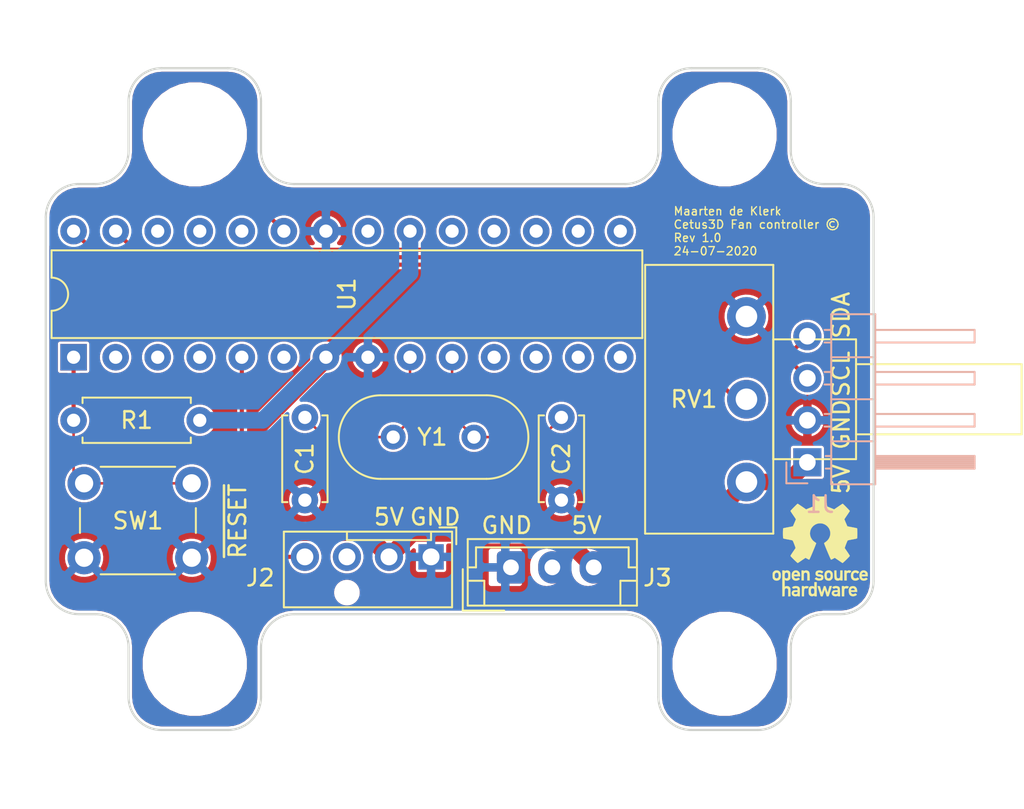
<source format=kicad_pcb>
(kicad_pcb (version 20171130) (host pcbnew "(5.1.6)-1")
  (title_block (title "Fan controller Cetus3D") (date 2020-07-24) (rev 1.0))
  (layers (0 F.Cu signal) (31 B.Cu signal) (34 B.Paste user) (35 F.Paste user) (36 B.SilkS user) (37 F.SilkS user) (38 B.Mask user) (39 F.Mask user) (44 Edge.Cuts user))
  (net 0 "")
  (net 1 GND)
  (net 2 "Net-(C1-Pad2)")
  (net 3 "Net-(C2-Pad2)")
  (net 4 /SDA)
  (net 5 /SCL)
  (net 6 +5V)
  (net 7 /fan_pwm)
  (net 8 "Net-(J2-Pad3)")
  (net 9 "Net-(J3-Pad2)")
  (net 10 "Net-(R1-Pad2)")
  (net 11 "Net-(RV1-Pad2)")
  (net 12 "Net-(U1-Pad15)")
  (net 13 "Net-(U1-Pad2)")
  (net 14 "Net-(U1-Pad16)")
  (net 15 "Net-(U1-Pad3)")
  (net 16 "Net-(U1-Pad17)")
  (net 17 "Net-(U1-Pad4)")
  (net 18 "Net-(U1-Pad18)")
  (net 19 "Net-(U1-Pad19)")
  (net 20 "Net-(U1-Pad6)")
  (net 21 "Net-(U1-Pad21)")
  (net 22 "Net-(U1-Pad24)")
  (net 23 "Net-(U1-Pad11)")
  (net 24 "Net-(U1-Pad25)")
  (net 25 "Net-(U1-Pad12)")
  (net 26 "Net-(U1-Pad26)")
  (net 27 "Net-(U1-Pad13)")
  (net 28 "Net-(U1-Pad14)")
  (module Symbol:OSHW-Logo_5.7x6mm_SilkScreen (layer F.Cu) (at 151.765 88.9)
    (fp_text reference REF** hide)
    (fp_text value OSHW-Logo_5.7x6mm_SilkScreen hide)
  )
  (module maartens_library:470531000 (layer F.Cu) (at 120.65 89.535)
    (fp_text reference J2 (at -3.65 1.27) (layer F.SilkS) (effects (justify left)))
    (fp_text value 470531000)
    (pad "" np_thru_hole circle (at 2.54 2.16) (size 1.25 1.25) (drill 1.25) (layers *.Cu *.Mask))
    (pad 1 thru_hole rect (at 7.62 0) (size 1.524 1.524) (drill 1.02) (layers *.Cu *.Mask) (net 1 GND))
    (pad 2 thru_hole circle (at 5.08 0) (size 1.7 1.7) (drill 1.02) (layers *.Cu *.Mask) (net 6 +5V))
    (pad 3 thru_hole circle (at 2.54 0) (size 1.7 1.7) (drill 1.02) (layers *.Cu *.Mask) (net 8 "Net-(J2-Pad3)"))
    (pad 4 thru_hole circle (at 0 0) (size 1.7 1.7) (drill 1.02) (layers *.Cu *.Mask) (net 7 /fan_pwm))
  )
  (module MountingHole:MountingHole_4.3mm_M4 (layer F.Cu) (at 114 64)
    (fp_text reference REF** hide)
    (fp_text value MountingHole_4.3mm_M4)
    (pad 1 np_thru_hole circle (at 0 0) (size 4.3 4.3) (drill 4.3) (layers *.Cu *.Mask))
  )
  (module MountingHole:MountingHole_4.3mm_M4 (layer F.Cu) (at 146 64)
    (fp_text reference REF** hide)
    (fp_text value MountingHole_4.3mm_M4)
    (pad 1 np_thru_hole circle (at 0 0) (size 4.3 4.3) (drill 4.3) (layers *.Cu *.Mask))
  )
  (module MountingHole:MountingHole_4.3mm_M4 (layer F.Cu) (at 146 96)
    (fp_text reference REF** hide)
    (fp_text value MountingHole_4.3mm_M4)
    (pad 1 np_thru_hole circle (at 0 0) (size 4.3 4.3) (drill 4.3) (layers *.Cu *.Mask))
  )
  (module MountingHole:MountingHole_4.3mm_M4 (layer F.Cu) (at 114 96)
    (fp_text reference REF** hide)
    (fp_text value MountingHole_4.3mm_M4)
    (pad 1 np_thru_hole circle (at 0 0) (size 4.3 4.3) (drill 4.3) (layers *.Cu *.Mask))
  )
  (module Capacitor_THT:C_Disc_D5.0mm_W2.5mm_P5.00mm (layer F.Cu) (at 120.65 86.106 90)
    (fp_text reference C1 (at 2.5 0 90) (layer F.SilkS))
    (fp_text value 22pF)
    (pad 1 thru_hole circle (at 0 0 90) (size 1.6 1.6) (drill 0.8) (layers *.Cu *.Mask) (net 1 GND))
    (pad 2 thru_hole circle (at 5 0 90) (size 1.6 1.6) (drill 0.8) (layers *.Cu *.Mask) (net 2 "Net-(C1-Pad2)"))
  )
  (module Capacitor_THT:C_Disc_D5.0mm_W2.5mm_P5.00mm (layer F.Cu) (at 136.144 86.106 90)
    (fp_text reference C2 (at 2.5 0 90) (layer F.SilkS))
    (fp_text value 22pF)
    (pad 2 thru_hole circle (at 5 0 90) (size 1.6 1.6) (drill 0.8) (layers *.Cu *.Mask) (net 3 "Net-(C2-Pad2)"))
    (pad 1 thru_hole circle (at 0 0 90) (size 1.6 1.6) (drill 0.8) (layers *.Cu *.Mask) (net 1 GND))
  )
  (module Connector_PinHeader_2.54mm:PinHeader_1x04_P2.54mm_Horizontal (layer B.Cu) (at 151 83.82)
    (fp_text reference J1 (at 0.765 2.54) (layer B.SilkS) (effects (justify mirror)))
    (fp_text value SH1106_OLED)
    (pad 1 thru_hole rect (at 0 0) (size 1.7 1.7) (drill 1) (layers *.Cu *.Mask) (net 6 +5V))
    (pad 2 thru_hole oval (at 0 -2.54) (size 1.7 1.7) (drill 1) (layers *.Cu *.Mask) (net 1 GND))
    (pad 3 thru_hole oval (at 0 -5.08) (size 1.7 1.7) (drill 1) (layers *.Cu *.Mask) (net 5 /SCL))
    (pad 4 thru_hole oval (at 0 -7.62) (size 1.7 1.7) (drill 1) (layers *.Cu *.Mask) (net 4 /SDA))
  )
  (module Connector_JST:JST_EH_B3B-EH-A_1x03_P2.50mm_Vertical (layer F.Cu) (at 133.096 90.17)
    (fp_text reference J3 (at 8.85 0.635) (layer F.SilkS))
    (fp_text value "B3B-EH-A(LF)(SN) ")
    (pad 1 thru_hole roundrect (at 0 0) (size 1.7 1.95) (drill 0.95) (layers *.Cu *.Mask) (roundrect_rratio 0.147059) (net 1 GND))
    (pad 2 thru_hole oval (at 2.5 0) (size 1.7 1.95) (drill 0.95) (layers *.Cu *.Mask) (net 9 "Net-(J3-Pad2)"))
    (pad 3 thru_hole oval (at 5 0) (size 1.7 1.95) (drill 0.95) (layers *.Cu *.Mask) (net 6 +5V))
  )
  (module Resistor_THT:R_Axial_DIN0207_L6.3mm_D2.5mm_P7.62mm_Horizontal (layer F.Cu) (at 114.3 81.28 180)
    (fp_text reference R1 (at 3.81 0) (layer F.SilkS))
    (fp_text value 10K)
    (pad 1 thru_hole circle (at 0 0 180) (size 1.6 1.6) (drill 0.8) (layers *.Cu *.Mask) (net 6 +5V))
    (pad 2 thru_hole oval (at 7.62 0 180) (size 1.6 1.6) (drill 0.8) (layers *.Cu *.Mask) (net 10 "Net-(R1-Pad2)"))
  )
  (module Button_Switch_THT:SW_PUSH_6mm (layer F.Cu) (at 107.315 85.09)
    (fp_text reference SW1 (at 3.249745 2.265491) (layer F.SilkS))
    (fp_text value SW_Push)
    (pad 2 thru_hole circle (at 0 4.5 90) (size 2 2) (drill 1.1) (layers *.Cu *.Mask) (net 1 GND))
    (pad 1 thru_hole circle (at 0 0 90) (size 2 2) (drill 1.1) (layers *.Cu *.Mask) (net 10 "Net-(R1-Pad2)"))
    (pad 2 thru_hole circle (at 6.5 4.5 90) (size 2 2) (drill 1.1) (layers *.Cu *.Mask) (net 1 GND))
    (pad 1 thru_hole circle (at 6.5 0 90) (size 2 2) (drill 1.1) (layers *.Cu *.Mask) (net 10 "Net-(R1-Pad2)"))
  )
  (module Package_DIP:DIP-28_W7.62mm (layer F.Cu) (at 106.68 77.47 90)
    (fp_text reference U1 (at 3.81 16.51 90) (layer F.SilkS))
    (fp_text value ATmega328P-PU)
    (pad 1 thru_hole rect (at 0 0 90) (size 1.6 1.6) (drill 0.8) (layers *.Cu *.Mask) (net 10 "Net-(R1-Pad2)"))
    (pad 15 thru_hole oval (at 7.62 33.02 90) (size 1.6 1.6) (drill 0.8) (layers *.Cu *.Mask) (net 12 "Net-(U1-Pad15)"))
    (pad 2 thru_hole oval (at 0 2.54 90) (size 1.6 1.6) (drill 0.8) (layers *.Cu *.Mask) (net 13 "Net-(U1-Pad2)"))
    (pad 16 thru_hole oval (at 7.62 30.48 90) (size 1.6 1.6) (drill 0.8) (layers *.Cu *.Mask) (net 14 "Net-(U1-Pad16)"))
    (pad 3 thru_hole oval (at 0 5.08 90) (size 1.6 1.6) (drill 0.8) (layers *.Cu *.Mask) (net 15 "Net-(U1-Pad3)"))
    (pad 17 thru_hole oval (at 7.62 27.94 90) (size 1.6 1.6) (drill 0.8) (layers *.Cu *.Mask) (net 16 "Net-(U1-Pad17)"))
    (pad 4 thru_hole oval (at 0 7.62 90) (size 1.6 1.6) (drill 0.8) (layers *.Cu *.Mask) (net 17 "Net-(U1-Pad4)"))
    (pad 18 thru_hole oval (at 7.62 25.4 90) (size 1.6 1.6) (drill 0.8) (layers *.Cu *.Mask) (net 18 "Net-(U1-Pad18)"))
    (pad 5 thru_hole oval (at 0 10.16 90) (size 1.6 1.6) (drill 0.8) (layers *.Cu *.Mask) (net 7 /fan_pwm))
    (pad 19 thru_hole oval (at 7.62 22.86 90) (size 1.6 1.6) (drill 0.8) (layers *.Cu *.Mask) (net 19 "Net-(U1-Pad19)"))
    (pad 6 thru_hole oval (at 0 12.7 90) (size 1.6 1.6) (drill 0.8) (layers *.Cu *.Mask) (net 20 "Net-(U1-Pad6)"))
    (pad 20 thru_hole oval (at 7.62 20.32 90) (size 1.6 1.6) (drill 0.8) (layers *.Cu *.Mask) (net 6 +5V))
    (pad 7 thru_hole oval (at 0 15.24 90) (size 1.6 1.6) (drill 0.8) (layers *.Cu *.Mask) (net 6 +5V))
    (pad 21 thru_hole oval (at 7.62 17.78 90) (size 1.6 1.6) (drill 0.8) (layers *.Cu *.Mask) (net 21 "Net-(U1-Pad21)"))
    (pad 8 thru_hole oval (at 0 17.78 90) (size 1.6 1.6) (drill 0.8) (layers *.Cu *.Mask) (net 1 GND))
    (pad 22 thru_hole oval (at 7.62 15.24 90) (size 1.6 1.6) (drill 0.8) (layers *.Cu *.Mask) (net 1 GND))
    (pad 9 thru_hole oval (at 0 20.32 90) (size 1.6 1.6) (drill 0.8) (layers *.Cu *.Mask) (net 2 "Net-(C1-Pad2)"))
    (pad 23 thru_hole oval (at 7.62 12.7 90) (size 1.6 1.6) (drill 0.8) (layers *.Cu *.Mask) (net 11 "Net-(RV1-Pad2)"))
    (pad 10 thru_hole oval (at 0 22.86 90) (size 1.6 1.6) (drill 0.8) (layers *.Cu *.Mask) (net 3 "Net-(C2-Pad2)"))
    (pad 24 thru_hole oval (at 7.62 10.16 90) (size 1.6 1.6) (drill 0.8) (layers *.Cu *.Mask) (net 22 "Net-(U1-Pad24)"))
    (pad 11 thru_hole oval (at 0 25.4 90) (size 1.6 1.6) (drill 0.8) (layers *.Cu *.Mask) (net 23 "Net-(U1-Pad11)"))
    (pad 25 thru_hole oval (at 7.62 7.62 90) (size 1.6 1.6) (drill 0.8) (layers *.Cu *.Mask) (net 24 "Net-(U1-Pad25)"))
    (pad 12 thru_hole oval (at 0 27.94 90) (size 1.6 1.6) (drill 0.8) (layers *.Cu *.Mask) (net 25 "Net-(U1-Pad12)"))
    (pad 26 thru_hole oval (at 7.62 5.08 90) (size 1.6 1.6) (drill 0.8) (layers *.Cu *.Mask) (net 26 "Net-(U1-Pad26)"))
    (pad 13 thru_hole oval (at 0 30.48 90) (size 1.6 1.6) (drill 0.8) (layers *.Cu *.Mask) (net 27 "Net-(U1-Pad13)"))
    (pad 27 thru_hole oval (at 7.62 2.54 90) (size 1.6 1.6) (drill 0.8) (layers *.Cu *.Mask) (net 4 /SDA))
    (pad 14 thru_hole oval (at 0 33.02 90) (size 1.6 1.6) (drill 0.8) (layers *.Cu *.Mask) (net 28 "Net-(U1-Pad14)"))
    (pad 28 thru_hole oval (at 7.62 0 90) (size 1.6 1.6) (drill 0.8) (layers *.Cu *.Mask) (net 5 /SCL))
  )
  (module Crystal:Crystal_HC49-4H_Vertical (layer F.Cu) (at 125.984 82.296)
    (fp_text reference Y1 (at 2.365 0) (layer F.SilkS))
    (fp_text value 16MHz)
    (pad 1 thru_hole circle (at 0 0) (size 1.5 1.5) (drill 0.8) (layers *.Cu *.Mask) (net 2 "Net-(C1-Pad2)"))
    (pad 2 thru_hole circle (at 4.88 0) (size 1.5 1.5) (drill 0.8) (layers *.Cu *.Mask) (net 3 "Net-(C2-Pad2)"))
  )
  (module Potentiometer_THT:Potentiometer_Piher_T-16H_Single_Horizontal (layer F.Cu) (at 147.32 85.01)
    (fp_text reference RV1 (at -3.175 -5) (layer F.SilkS))
    (fp_text value 1K)
    (pad 3 thru_hole circle (at 0 -10) (size 2.34 2.34) (drill 1.3) (layers *.Cu *.Mask) (net 1 GND))
    (pad 2 thru_hole circle (at 0 -5) (size 2.34 2.34) (drill 1.3) (layers *.Cu *.Mask) (net 11 "Net-(RV1-Pad2)"))
    (pad 1 thru_hole circle (at 0 0) (size 2.34 2.34) (drill 1.3) (layers *.Cu *.Mask) (net 6 +5V))
  )
  (gr_text ~RESET (at 116.586 87.376 90) (layer F.SilkS) (effects (font (size 1 1))))
  (gr_text GND (at 132.842 87.63) (layer F.SilkS) (effects (font (size 1 1))))
  (gr_text 5V (at 137.668 87.63) (layer F.SilkS) (effects (font (size 1 1))))
  (gr_text "GND\n" (at 128.524 87.122) (layer F.SilkS) (effects (font (size 1 1))))
  (gr_text "5V\n" (at 125.73 87.122) (layer F.SilkS) (effects (font (size 1 1))))
  (gr_text "Maarten de Klerk\nCetus3D Fan controller ©\nRev 1.0\n24-07-2020\n" (at 142.875 69.85) (layer F.SilkS) (effects (font (size 0.5 0.5) (thickness 0.08)) (justify left)))
  (gr_text SDA (at 153.035 74.93 90) (layer F.SilkS) (effects (font (size 1 1))))
  (gr_text SCL (at 153.035 78.486 90) (layer F.SilkS) (effects (font (size 1 1))))
  (gr_text "GND\n" (at 153.035 81.534 90) (layer F.SilkS) (effects (font (size 1 1))))
  (gr_text 5V (at 153.035 84.836 90) (layer F.SilkS) (effects (font (size 1 1))))
  (gr_line (start 116 100) (end 112 100) (layer Edge.Cuts) (width 0.13))
  (gr_line (start 118 95) (end 118 98) (layer Edge.Cuts) (width 0.13))
  (gr_line (start 110 98) (end 110 95) (layer Edge.Cuts) (width 0.13))
  (gr_line (start 110 65) (end 110 62) (layer Edge.Cuts) (width 0.13))
  (gr_line (start 116 60) (end 112 60) (layer Edge.Cuts) (width 0.13))
  (gr_line (start 118 65) (end 118 62) (layer Edge.Cuts) (width 0.13))
  (gr_line (start 142 62) (end 142 65) (layer Edge.Cuts) (width 0.13))
  (gr_line (start 148 60) (end 144 60) (layer Edge.Cuts) (width 0.13))
  (gr_line (start 150 65) (end 150 62) (layer Edge.Cuts) (width 0.13))
  (gr_line (start 142 95) (end 142 98) (layer Edge.Cuts) (width 0.13))
  (gr_line (start 150 98) (end 150 95) (layer Edge.Cuts) (width 0.13))
  (gr_line (start 144 100) (end 148 100) (layer Edge.Cuts) (width 0.13))
  (gr_arc (start 148 62) (end 150 62) (angle -90) (layer Edge.Cuts) (width 0.13))
  (gr_arc (start 144 62) (end 144 60) (angle -90) (layer Edge.Cuts) (width 0.13))
  (gr_arc (start 116 62) (end 118 62) (angle -90) (layer Edge.Cuts) (width 0.13))
  (gr_arc (start 112 62) (end 112 60) (angle -90) (layer Edge.Cuts) (width 0.13))
  (gr_arc (start 112 98) (end 110 98) (angle -90) (layer Edge.Cuts) (width 0.13))
  (gr_arc (start 116 98) (end 116 100) (angle -90) (layer Edge.Cuts) (width 0.13))
  (gr_arc (start 144 98) (end 142 98) (angle -90) (layer Edge.Cuts) (width 0.13))
  (gr_arc (start 148 98) (end 148 100) (angle -90) (layer Edge.Cuts) (width 0.13))
  (gr_line (start 152 67) (end 153 67) (layer Edge.Cuts) (width 0.13))
  (gr_line (start 120 67) (end 140 67) (layer Edge.Cuts) (width 0.13))
  (gr_line (start 107 67) (end 108 67) (layer Edge.Cuts) (width 0.13))
  (gr_line (start 105 91) (end 105 69) (layer Edge.Cuts) (width 0.13))
  (gr_line (start 108 93) (end 107 93) (layer Edge.Cuts) (width 0.13))
  (gr_line (start 140 93) (end 120 93) (layer Edge.Cuts) (width 0.13))
  (gr_line (start 155 91) (end 155 69) (layer Edge.Cuts) (width 0.13))
  (gr_line (start 152 93) (end 153 93) (layer Edge.Cuts) (width 0.13))
  (gr_arc (start 152 65) (end 150 65) (angle -90) (layer Edge.Cuts) (width 0.13))
  (gr_arc (start 140 65) (end 140 67) (angle -90) (layer Edge.Cuts) (width 0.13))
  (gr_arc (start 120 65) (end 118 65) (angle -90) (layer Edge.Cuts) (width 0.13))
  (gr_arc (start 108 65) (end 108 67) (angle -90) (layer Edge.Cuts) (width 0.13))
  (gr_arc (start 108 95) (end 110 95) (angle -90) (layer Edge.Cuts) (width 0.13))
  (gr_arc (start 120 95) (end 120 93) (angle -90) (layer Edge.Cuts) (width 0.13))
  (gr_arc (start 140 95) (end 142 95) (angle -90) (layer Edge.Cuts) (width 0.13))
  (gr_arc (start 152 95) (end 152 93) (angle -90) (layer Edge.Cuts) (width 0.13))
  (gr_arc (start 107 91) (end 105 91) (angle -90) (layer Edge.Cuts) (width 0.13))
  (gr_arc (start 107 69) (end 107 67) (angle -90) (layer Edge.Cuts) (width 0.13))
  (gr_arc (start 153 69) (end 155 69) (angle -90) (layer Edge.Cuts) (width 0.13))
  (gr_arc (start 153 91) (end 153 93) (angle -90) (layer Edge.Cuts) (width 0.13))
  (segment (start 127 81.28) (end 125.984 82.296) (width 0.1524) (layer F.Cu) (net 2))
  (segment (start 127 77.47) (end 127 81.28) (width 0.1524) (layer F.Cu) (net 2))
  (segment (start 121.84 82.296) (end 120.65 81.106) (width 0.1524) (layer F.Cu) (net 2))
  (segment (start 125.984 82.296) (end 121.84 82.296) (width 0.1524) (layer F.Cu) (net 2))
  (segment (start 129.54 80.972) (end 130.864 82.296) (width 0.1524) (layer F.Cu) (net 3))
  (segment (start 129.54 77.47) (end 129.54 80.972) (width 0.1524) (layer F.Cu) (net 3))
  (segment (start 134.954 82.296) (end 136.144 81.106) (width 0.1524) (layer F.Cu) (net 3))
  (segment (start 130.864 82.296) (end 134.954 82.296) (width 0.1524) (layer F.Cu) (net 3))
  (segment (start 150.150001 77.049999) (end 144.994999 77.049999) (width 0.25) (layer F.Cu) (net 4))
  (segment (start 151 76.2) (end 150.150001 77.049999) (width 0.25) (layer F.Cu) (net 4))
  (segment (start 110.345001 70.975001) (end 109.22 69.85) (width 0.25) (layer F.Cu) (net 4))
  (segment (start 138.920001 70.975001) (end 110.345001 70.975001) (width 0.25) (layer F.Cu) (net 4))
  (segment (start 144.994999 77.049999) (end 138.920001 70.975001) (width 0.25) (layer F.Cu) (net 4))
  (segment (start 150.150001 77.890001) (end 145.198591 77.890001) (width 0.25) (layer F.Cu) (net 5))
  (segment (start 151 78.74) (end 150.150001 77.890001) (width 0.25) (layer F.Cu) (net 5))
  (segment (start 145.198591 77.890001) (end 138.733601 71.425011) (width 0.25) (layer F.Cu) (net 5))
  (segment (start 108.255011 71.425011) (end 106.68 69.85) (width 0.25) (layer F.Cu) (net 5))
  (segment (start 138.733601 71.425011) (end 108.255011 71.425011) (width 0.25) (layer F.Cu) (net 5))
  (segment (start 142.16 90.17) (end 147.32 85.01) (width 1) (layer F.Cu) (net 6))
  (segment (start 137.755 90.17) (end 142.16 90.17) (width 1) (layer F.Cu) (net 6))
  (segment (start 149.81 85.01) (end 151 83.82) (width 1) (layer F.Cu) (net 6))
  (segment (start 147.32 85.01) (end 149.81 85.01) (width 1) (layer F.Cu) (net 6))
  (segment (start 119.314999 88.072999) (end 117.66501 86.42301) (width 1) (layer F.Cu) (net 6))
  (segment (start 125.73 89.535) (end 124.267999 88.072999) (width 1) (layer F.Cu) (net 6))
  (segment (start 124.267999 88.072999) (end 119.314999 88.072999) (width 1) (layer F.Cu) (net 6))
  (segment (start 121.92 77.615998) (end 121.92 77.47) (width 1) (layer F.Cu) (net 6))
  (segment (start 117.66501 81.870988) (end 121.92 77.615998) (width 1) (layer F.Cu) (net 6))
  (segment (start 117.66501 86.42301) (end 117.66501 81.870988) (width 1) (layer F.Cu) (net 6))
  (segment (start 127 72.39) (end 121.92 77.47) (width 1) (layer B.Cu) (net 6))
  (segment (start 127 69.85) (end 127 72.39) (width 1) (layer B.Cu) (net 6))
  (segment (start 118.11 81.28) (end 114.3 81.28) (width 1) (layer B.Cu) (net 6))
  (segment (start 121.92 77.47) (end 118.11 81.28) (width 1) (layer B.Cu) (net 6))
  (segment (start 136.046599 88.120599) (end 138.096 90.17) (width 1) (layer F.Cu) (net 6))
  (segment (start 127.144401 88.120599) (end 136.046599 88.120599) (width 1) (layer F.Cu) (net 6))
  (segment (start 125.73 89.535) (end 127.144401 88.120599) (width 1) (layer F.Cu) (net 6))
  (segment (start 120.65 89.535) (end 119.38 89.535) (width 0.25) (layer F.Cu) (net 7))
  (segment (start 116.84 86.995) (end 116.84 77.47) (width 0.25) (layer F.Cu) (net 7))
  (segment (start 119.38 89.535) (end 116.84 86.995) (width 0.25) (layer F.Cu) (net 7))
  (segment (start 106.68 81.28) (end 106.68 77.47) (width 0.25) (layer F.Cu) (net 10))
  (segment (start 106.68 84.455) (end 107.315 85.09) (width 0.1524) (layer F.Cu) (net 10))
  (segment (start 106.68 81.28) (end 106.68 84.455) (width 0.1524) (layer F.Cu) (net 10))
  (segment (start 107.315 85.09) (end 113.815 85.09) (width 0.1524) (layer F.Cu) (net 10))
  (segment (start 146.68218 80.01) (end 147.32 80.01) (width 0.25) (layer F.Cu) (net 11))
  (segment (start 138.547201 71.875021) (end 146.68218 80.01) (width 0.25) (layer F.Cu) (net 11))
  (segment (start 107.040019 71.875021) (end 138.547201 71.875021) (width 0.25) (layer F.Cu) (net 11))
  (segment (start 119.38 69.85) (end 118.254999 68.724999) (width 0.25) (layer F.Cu) (net 11))
  (segment (start 118.254999 68.724999) (end 106.139999 68.724999) (width 0.25) (layer F.Cu) (net 11))
  (segment (start 105.554999 69.309999) (end 105.554999 70.390001) (width 0.25) (layer F.Cu) (net 11))
  (segment (start 105.554999 70.390001) (end 107.040019 71.875021) (width 0.25) (layer F.Cu) (net 11))
  (segment (start 106.139999 68.724999) (end 105.554999 69.309999) (width 0.25) (layer F.Cu) (net 11))
  (zone (net 1) (net_name GND) (layer F.Cu) (connect_pads (clearance 0.1524)) (min_thickness 0.254) (fill yes (arc_segments 32) (thermal_gap 0.1524) (thermal_bridge_width 0.508))
    (polygon (pts (xy 156.21 58.42) (xy 156.21 102.87) (xy 103.505 102.87) (xy 104.14 57.785)))
  )
  (zone (net 1) (net_name GND) (layer B.Cu) (connect_pads (clearance 0.1524)) (min_thickness 0.254) (fill yes (arc_segments 32) (thermal_gap 0.508) (thermal_bridge_width 0.508))
    (polygon (pts (xy 157.48 104.775) (xy 102.235 104.775) (xy 102.87 55.88) (xy 157.48 55.88)))
  )
)
</source>
